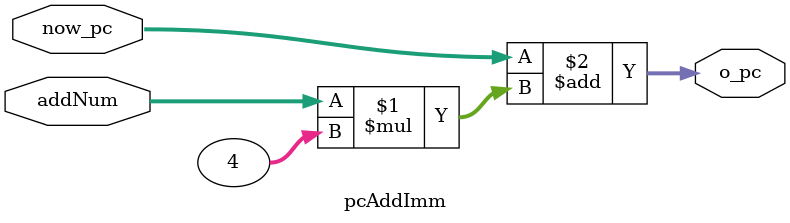
<source format=v>
module pcAddImm(now_pc, addNum, o_pc);
  input [31:0] now_pc, addNum;
  output [31:0] o_pc;
  assign o_pc = now_pc + (addNum * 4); //左移两位
endmodule
</source>
